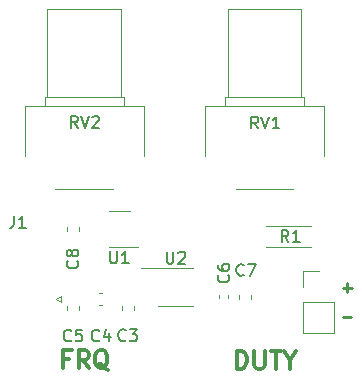
<source format=gbr>
G04 #@! TF.GenerationSoftware,KiCad,Pcbnew,5.1.9-73d0e3b20d~88~ubuntu20.04.1*
G04 #@! TF.CreationDate,2022-01-16T22:13:46+01:00*
G04 #@! TF.ProjectId,RFBandaid,52464261-6e64-4616-9964-2e6b69636164,rev?*
G04 #@! TF.SameCoordinates,Original*
G04 #@! TF.FileFunction,Legend,Top*
G04 #@! TF.FilePolarity,Positive*
%FSLAX46Y46*%
G04 Gerber Fmt 4.6, Leading zero omitted, Abs format (unit mm)*
G04 Created by KiCad (PCBNEW 5.1.9-73d0e3b20d~88~ubuntu20.04.1) date 2022-01-16 22:13:46*
%MOMM*%
%LPD*%
G01*
G04 APERTURE LIST*
%ADD10C,0.375000*%
%ADD11C,0.250000*%
%ADD12C,0.120000*%
%ADD13C,0.150000*%
G04 APERTURE END LIST*
D10*
X96117142Y-90648571D02*
X96117142Y-89148571D01*
X96474285Y-89148571D01*
X96688571Y-89220000D01*
X96831428Y-89362857D01*
X96902857Y-89505714D01*
X96974285Y-89791428D01*
X96974285Y-90005714D01*
X96902857Y-90291428D01*
X96831428Y-90434285D01*
X96688571Y-90577142D01*
X96474285Y-90648571D01*
X96117142Y-90648571D01*
X97617142Y-89148571D02*
X97617142Y-90362857D01*
X97688571Y-90505714D01*
X97760000Y-90577142D01*
X97902857Y-90648571D01*
X98188571Y-90648571D01*
X98331428Y-90577142D01*
X98402857Y-90505714D01*
X98474285Y-90362857D01*
X98474285Y-89148571D01*
X98974285Y-89148571D02*
X99831428Y-89148571D01*
X99402857Y-90648571D02*
X99402857Y-89148571D01*
X100617142Y-89934285D02*
X100617142Y-90648571D01*
X100117142Y-89148571D02*
X100617142Y-89934285D01*
X101117142Y-89148571D01*
X81938571Y-89812857D02*
X81438571Y-89812857D01*
X81438571Y-90598571D02*
X81438571Y-89098571D01*
X82152857Y-89098571D01*
X83581428Y-90598571D02*
X83081428Y-89884285D01*
X82724285Y-90598571D02*
X82724285Y-89098571D01*
X83295714Y-89098571D01*
X83438571Y-89170000D01*
X83510000Y-89241428D01*
X83581428Y-89384285D01*
X83581428Y-89598571D01*
X83510000Y-89741428D01*
X83438571Y-89812857D01*
X83295714Y-89884285D01*
X82724285Y-89884285D01*
X85224285Y-90741428D02*
X85081428Y-90670000D01*
X84938571Y-90527142D01*
X84724285Y-90312857D01*
X84581428Y-90241428D01*
X84438571Y-90241428D01*
X84510000Y-90598571D02*
X84367142Y-90527142D01*
X84224285Y-90384285D01*
X84152857Y-90098571D01*
X84152857Y-89598571D01*
X84224285Y-89312857D01*
X84367142Y-89170000D01*
X84510000Y-89098571D01*
X84795714Y-89098571D01*
X84938571Y-89170000D01*
X85081428Y-89312857D01*
X85152857Y-89598571D01*
X85152857Y-90098571D01*
X85081428Y-90384285D01*
X84938571Y-90527142D01*
X84795714Y-90598571D01*
X84510000Y-90598571D01*
D11*
X105069047Y-86321428D02*
X105830952Y-86321428D01*
X105089047Y-83811428D02*
X105850952Y-83811428D01*
X105470000Y-84192380D02*
X105470000Y-83430476D01*
D12*
X95350000Y-60220000D02*
X101590000Y-60220000D01*
X95350000Y-67620000D02*
X101590000Y-67620000D01*
X101590000Y-67620000D02*
X101590000Y-60220000D01*
X95350000Y-67620000D02*
X95350000Y-60220000D01*
X95100000Y-67620000D02*
X101840000Y-67620000D01*
X95100000Y-68420000D02*
X101840000Y-68420000D01*
X101840000Y-68420000D02*
X101840000Y-67620000D01*
X95100000Y-68420000D02*
X95100000Y-67620000D01*
X93449000Y-68420000D02*
X103490000Y-68420000D01*
X96026000Y-75460000D02*
X100915000Y-75460000D01*
X103490000Y-72685000D02*
X103490000Y-68420000D01*
X93449000Y-72685000D02*
X93449000Y-68420000D01*
X78189000Y-72685000D02*
X78189000Y-68420000D01*
X88230000Y-72685000D02*
X88230000Y-68420000D01*
X80766000Y-75460000D02*
X85655000Y-75460000D01*
X78189000Y-68420000D02*
X88230000Y-68420000D01*
X79840000Y-68420000D02*
X79840000Y-67620000D01*
X86580000Y-68420000D02*
X86580000Y-67620000D01*
X79840000Y-68420000D02*
X86580000Y-68420000D01*
X79840000Y-67620000D02*
X86580000Y-67620000D01*
X80090000Y-67620000D02*
X80090000Y-60220000D01*
X86330000Y-67620000D02*
X86330000Y-60220000D01*
X80090000Y-67620000D02*
X86330000Y-67620000D01*
X80090000Y-60220000D02*
X86330000Y-60220000D01*
X90940000Y-85360000D02*
X92440000Y-85360000D01*
X90940000Y-85360000D02*
X89440000Y-85360000D01*
X90940000Y-82140000D02*
X92440000Y-82140000D01*
X90940000Y-82140000D02*
X88015000Y-82140000D01*
X87420000Y-85650580D02*
X87420000Y-85369420D01*
X86400000Y-85650580D02*
X86400000Y-85369420D01*
X84449420Y-85270000D02*
X84730580Y-85270000D01*
X84449420Y-84250000D02*
X84730580Y-84250000D01*
X81750000Y-85650580D02*
X81750000Y-85369420D01*
X82770000Y-85650580D02*
X82770000Y-85369420D01*
X81270000Y-84480000D02*
X80770000Y-84730000D01*
X81270000Y-84980000D02*
X81270000Y-84480000D01*
X80770000Y-84730000D02*
X81270000Y-84980000D01*
X101730000Y-87600000D02*
X104390000Y-87600000D01*
X101730000Y-85000000D02*
X101730000Y-87600000D01*
X104390000Y-85000000D02*
X104390000Y-87600000D01*
X101730000Y-85000000D02*
X104390000Y-85000000D01*
X101730000Y-83730000D02*
X101730000Y-82400000D01*
X101730000Y-82400000D02*
X103060000Y-82400000D01*
X95370000Y-84422164D02*
X95370000Y-84637836D01*
X94650000Y-84422164D02*
X94650000Y-84637836D01*
X97320000Y-84449420D02*
X97320000Y-84730580D01*
X96300000Y-84449420D02*
X96300000Y-84730580D01*
X81760000Y-78689420D02*
X81760000Y-78970580D01*
X82780000Y-78689420D02*
X82780000Y-78970580D01*
X98590000Y-80380000D02*
X102430000Y-80380000D01*
X98590000Y-78540000D02*
X102430000Y-78540000D01*
X85290000Y-80340000D02*
X87720000Y-80340000D01*
X87050000Y-77270000D02*
X85290000Y-77270000D01*
D13*
X97924761Y-70312380D02*
X97591428Y-69836190D01*
X97353333Y-70312380D02*
X97353333Y-69312380D01*
X97734285Y-69312380D01*
X97829523Y-69360000D01*
X97877142Y-69407619D01*
X97924761Y-69502857D01*
X97924761Y-69645714D01*
X97877142Y-69740952D01*
X97829523Y-69788571D01*
X97734285Y-69836190D01*
X97353333Y-69836190D01*
X98210476Y-69312380D02*
X98543809Y-70312380D01*
X98877142Y-69312380D01*
X99734285Y-70312380D02*
X99162857Y-70312380D01*
X99448571Y-70312380D02*
X99448571Y-69312380D01*
X99353333Y-69455238D01*
X99258095Y-69550476D01*
X99162857Y-69598095D01*
X82644761Y-70282380D02*
X82311428Y-69806190D01*
X82073333Y-70282380D02*
X82073333Y-69282380D01*
X82454285Y-69282380D01*
X82549523Y-69330000D01*
X82597142Y-69377619D01*
X82644761Y-69472857D01*
X82644761Y-69615714D01*
X82597142Y-69710952D01*
X82549523Y-69758571D01*
X82454285Y-69806190D01*
X82073333Y-69806190D01*
X82930476Y-69282380D02*
X83263809Y-70282380D01*
X83597142Y-69282380D01*
X83882857Y-69377619D02*
X83930476Y-69330000D01*
X84025714Y-69282380D01*
X84263809Y-69282380D01*
X84359047Y-69330000D01*
X84406666Y-69377619D01*
X84454285Y-69472857D01*
X84454285Y-69568095D01*
X84406666Y-69710952D01*
X83835238Y-70282380D01*
X84454285Y-70282380D01*
X90178095Y-80752380D02*
X90178095Y-81561904D01*
X90225714Y-81657142D01*
X90273333Y-81704761D01*
X90368571Y-81752380D01*
X90559047Y-81752380D01*
X90654285Y-81704761D01*
X90701904Y-81657142D01*
X90749523Y-81561904D01*
X90749523Y-80752380D01*
X91178095Y-80847619D02*
X91225714Y-80800000D01*
X91320952Y-80752380D01*
X91559047Y-80752380D01*
X91654285Y-80800000D01*
X91701904Y-80847619D01*
X91749523Y-80942857D01*
X91749523Y-81038095D01*
X91701904Y-81180952D01*
X91130476Y-81752380D01*
X91749523Y-81752380D01*
X86703333Y-88227142D02*
X86655714Y-88274761D01*
X86512857Y-88322380D01*
X86417619Y-88322380D01*
X86274761Y-88274761D01*
X86179523Y-88179523D01*
X86131904Y-88084285D01*
X86084285Y-87893809D01*
X86084285Y-87750952D01*
X86131904Y-87560476D01*
X86179523Y-87465238D01*
X86274761Y-87370000D01*
X86417619Y-87322380D01*
X86512857Y-87322380D01*
X86655714Y-87370000D01*
X86703333Y-87417619D01*
X87036666Y-87322380D02*
X87655714Y-87322380D01*
X87322380Y-87703333D01*
X87465238Y-87703333D01*
X87560476Y-87750952D01*
X87608095Y-87798571D01*
X87655714Y-87893809D01*
X87655714Y-88131904D01*
X87608095Y-88227142D01*
X87560476Y-88274761D01*
X87465238Y-88322380D01*
X87179523Y-88322380D01*
X87084285Y-88274761D01*
X87036666Y-88227142D01*
X84463333Y-88247142D02*
X84415714Y-88294761D01*
X84272857Y-88342380D01*
X84177619Y-88342380D01*
X84034761Y-88294761D01*
X83939523Y-88199523D01*
X83891904Y-88104285D01*
X83844285Y-87913809D01*
X83844285Y-87770952D01*
X83891904Y-87580476D01*
X83939523Y-87485238D01*
X84034761Y-87390000D01*
X84177619Y-87342380D01*
X84272857Y-87342380D01*
X84415714Y-87390000D01*
X84463333Y-87437619D01*
X85320476Y-87675714D02*
X85320476Y-88342380D01*
X85082380Y-87294761D02*
X84844285Y-88009047D01*
X85463333Y-88009047D01*
X82093333Y-88257142D02*
X82045714Y-88304761D01*
X81902857Y-88352380D01*
X81807619Y-88352380D01*
X81664761Y-88304761D01*
X81569523Y-88209523D01*
X81521904Y-88114285D01*
X81474285Y-87923809D01*
X81474285Y-87780952D01*
X81521904Y-87590476D01*
X81569523Y-87495238D01*
X81664761Y-87400000D01*
X81807619Y-87352380D01*
X81902857Y-87352380D01*
X82045714Y-87400000D01*
X82093333Y-87447619D01*
X82998095Y-87352380D02*
X82521904Y-87352380D01*
X82474285Y-87828571D01*
X82521904Y-87780952D01*
X82617142Y-87733333D01*
X82855238Y-87733333D01*
X82950476Y-87780952D01*
X82998095Y-87828571D01*
X83045714Y-87923809D01*
X83045714Y-88161904D01*
X82998095Y-88257142D01*
X82950476Y-88304761D01*
X82855238Y-88352380D01*
X82617142Y-88352380D01*
X82521904Y-88304761D01*
X82474285Y-88257142D01*
X77256666Y-77722380D02*
X77256666Y-78436666D01*
X77209047Y-78579523D01*
X77113809Y-78674761D01*
X76970952Y-78722380D01*
X76875714Y-78722380D01*
X78256666Y-78722380D02*
X77685238Y-78722380D01*
X77970952Y-78722380D02*
X77970952Y-77722380D01*
X77875714Y-77865238D01*
X77780476Y-77960476D01*
X77685238Y-78008095D01*
X95397142Y-82726666D02*
X95444761Y-82774285D01*
X95492380Y-82917142D01*
X95492380Y-83012380D01*
X95444761Y-83155238D01*
X95349523Y-83250476D01*
X95254285Y-83298095D01*
X95063809Y-83345714D01*
X94920952Y-83345714D01*
X94730476Y-83298095D01*
X94635238Y-83250476D01*
X94540000Y-83155238D01*
X94492380Y-83012380D01*
X94492380Y-82917142D01*
X94540000Y-82774285D01*
X94587619Y-82726666D01*
X94492380Y-81869523D02*
X94492380Y-82060000D01*
X94540000Y-82155238D01*
X94587619Y-82202857D01*
X94730476Y-82298095D01*
X94920952Y-82345714D01*
X95301904Y-82345714D01*
X95397142Y-82298095D01*
X95444761Y-82250476D01*
X95492380Y-82155238D01*
X95492380Y-81964761D01*
X95444761Y-81869523D01*
X95397142Y-81821904D01*
X95301904Y-81774285D01*
X95063809Y-81774285D01*
X94968571Y-81821904D01*
X94920952Y-81869523D01*
X94873333Y-81964761D01*
X94873333Y-82155238D01*
X94920952Y-82250476D01*
X94968571Y-82298095D01*
X95063809Y-82345714D01*
X96703333Y-82707142D02*
X96655714Y-82754761D01*
X96512857Y-82802380D01*
X96417619Y-82802380D01*
X96274761Y-82754761D01*
X96179523Y-82659523D01*
X96131904Y-82564285D01*
X96084285Y-82373809D01*
X96084285Y-82230952D01*
X96131904Y-82040476D01*
X96179523Y-81945238D01*
X96274761Y-81850000D01*
X96417619Y-81802380D01*
X96512857Y-81802380D01*
X96655714Y-81850000D01*
X96703333Y-81897619D01*
X97036666Y-81802380D02*
X97703333Y-81802380D01*
X97274761Y-82802380D01*
X82607142Y-81526666D02*
X82654761Y-81574285D01*
X82702380Y-81717142D01*
X82702380Y-81812380D01*
X82654761Y-81955238D01*
X82559523Y-82050476D01*
X82464285Y-82098095D01*
X82273809Y-82145714D01*
X82130952Y-82145714D01*
X81940476Y-82098095D01*
X81845238Y-82050476D01*
X81750000Y-81955238D01*
X81702380Y-81812380D01*
X81702380Y-81717142D01*
X81750000Y-81574285D01*
X81797619Y-81526666D01*
X82130952Y-80955238D02*
X82083333Y-81050476D01*
X82035714Y-81098095D01*
X81940476Y-81145714D01*
X81892857Y-81145714D01*
X81797619Y-81098095D01*
X81750000Y-81050476D01*
X81702380Y-80955238D01*
X81702380Y-80764761D01*
X81750000Y-80669523D01*
X81797619Y-80621904D01*
X81892857Y-80574285D01*
X81940476Y-80574285D01*
X82035714Y-80621904D01*
X82083333Y-80669523D01*
X82130952Y-80764761D01*
X82130952Y-80955238D01*
X82178571Y-81050476D01*
X82226190Y-81098095D01*
X82321428Y-81145714D01*
X82511904Y-81145714D01*
X82607142Y-81098095D01*
X82654761Y-81050476D01*
X82702380Y-80955238D01*
X82702380Y-80764761D01*
X82654761Y-80669523D01*
X82607142Y-80621904D01*
X82511904Y-80574285D01*
X82321428Y-80574285D01*
X82226190Y-80621904D01*
X82178571Y-80669523D01*
X82130952Y-80764761D01*
X100493333Y-79912380D02*
X100160000Y-79436190D01*
X99921904Y-79912380D02*
X99921904Y-78912380D01*
X100302857Y-78912380D01*
X100398095Y-78960000D01*
X100445714Y-79007619D01*
X100493333Y-79102857D01*
X100493333Y-79245714D01*
X100445714Y-79340952D01*
X100398095Y-79388571D01*
X100302857Y-79436190D01*
X99921904Y-79436190D01*
X101445714Y-79912380D02*
X100874285Y-79912380D01*
X101160000Y-79912380D02*
X101160000Y-78912380D01*
X101064761Y-79055238D01*
X100969523Y-79150476D01*
X100874285Y-79198095D01*
X85408095Y-80732380D02*
X85408095Y-81541904D01*
X85455714Y-81637142D01*
X85503333Y-81684761D01*
X85598571Y-81732380D01*
X85789047Y-81732380D01*
X85884285Y-81684761D01*
X85931904Y-81637142D01*
X85979523Y-81541904D01*
X85979523Y-80732380D01*
X86979523Y-81732380D02*
X86408095Y-81732380D01*
X86693809Y-81732380D02*
X86693809Y-80732380D01*
X86598571Y-80875238D01*
X86503333Y-80970476D01*
X86408095Y-81018095D01*
M02*

</source>
